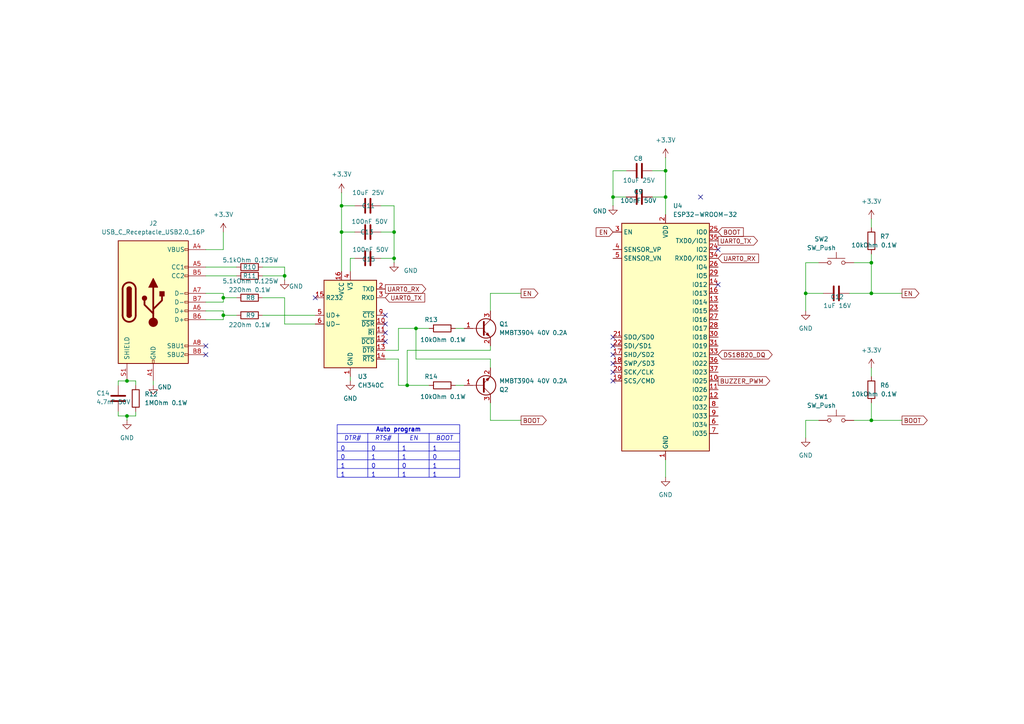
<source format=kicad_sch>
(kicad_sch (version 20250114) (generator "eeschema") (generator_version "9.0")
  (paper "A4")
  (lib_symbols
    (symbol "Connector:USB_C_Receptacle_USB2.0_16P" (pin_names (offset 1.016))
      (property "Reference" "J" (at 0 22.225 0))
      (property "Value" "USB_C_Receptacle_USB2.0_16P" (at 0 19.685 0))
      (symbol "USB_C_Receptacle_USB2.0_16P_0_0"
        (rectangle (start -0.254 -17.78) (end 0.254 -16.764))
        (rectangle (start 10.16 15.494) (end 9.144 14.986))
        (rectangle (start 10.16 10.414) (end 9.144 9.906))
        (rectangle (start 10.16 7.874) (end 9.144 7.366))
        (rectangle (start 10.16 2.794) (end 9.144 2.286))
        (rectangle (start 10.16 0.254) (end 9.144 -0.254))
        (rectangle (start 10.16 -2.286) (end 9.144 -2.794))
        (rectangle (start 10.16 -4.826) (end 9.144 -5.334))
        (rectangle (start 10.16 -12.446) (end 9.144 -12.954))
        (rectangle (start 10.16 -14.986) (end 9.144 -15.494))
      )
      (symbol "USB_C_Receptacle_USB2.0_16P_0_1"
        (rectangle (start -10.16 17.78) (end 10.16 -17.78) (stroke (width 0.254)) (fill (type background)))
        (polyline (pts (xy -8.89 -3.81) (xy -8.89 3.81)) (stroke (width 0.508)))
        (rectangle (start -7.62 -3.81) (end -6.35 3.81) (stroke (width 0.254)) (fill (type outline)))
        (arc (start -7.62 3.81) (mid -6.985 4.4423) (end -6.35 3.81) (stroke (width 0.254)))
        (arc (start -7.62 3.81) (mid -6.985 4.4423) (end -6.35 3.81) (stroke (width 0.254)) (fill (type outline)))
        (arc (start -8.89 3.81) (mid -6.985 5.7067) (end -5.08 3.81) (stroke (width 0.508)))
        (arc (start -5.08 -3.81) (mid -6.985 -5.7067) (end -8.89 -3.81) (stroke (width 0.508)))
        (arc (start -6.35 -3.81) (mid -6.985 -4.4423) (end -7.62 -3.81) (stroke (width 0.254)))
        (arc (start -6.35 -3.81) (mid -6.985 -4.4423) (end -7.62 -3.81) (stroke (width 0.254)) (fill (type outline)))
        (polyline (pts (xy -5.08 3.81) (xy -5.08 -3.81)) (stroke (width 0.508)))
        (circle (center -2.54 1.143) (radius 0.635) (stroke (width 0.254)) (fill (type outline)))
        (polyline (pts (xy -1.27 4.318) (xy 0 6.858) (xy 1.27 4.318) (xy -1.27 4.318)) (stroke (width 0.254)) (fill (type outline)))
        (polyline (pts (xy 0 -2.032) (xy 2.54 0.508) (xy 2.54 1.778)) (stroke (width 0.508)))
        (polyline (pts (xy 0 -3.302) (xy -2.54 -0.762) (xy -2.54 0.508)) (stroke (width 0.508)))
        (polyline (pts (xy 0 -5.842) (xy 0 4.318)) (stroke (width 0.508)))
        (circle (center 0 -5.842) (radius 1.27) (fill (type outline)))
        (rectangle (start 1.905 1.778) (end 3.175 3.048) (stroke (width 0.254)) (fill (type outline)))
      )
      (symbol "USB_C_Receptacle_USB2.0_16P_1_1"
        (pin passive line (at -7.62 -22.86 90) (length 5.08) (name "SHIELD") (number "S1"))
        (pin passive line (at 0 -22.86 90) (length 5.08) (name "GND") (number "A1"))
        (pin passive line (at 0 -22.86 90) (length 5.08) (hide yes) (name "GND") (number "A12"))
        (pin passive line (at 0 -22.86 90) (length 5.08) (hide yes) (name "GND") (number "B1"))
        (pin passive line (at 0 -22.86 90) (length 5.08) (hide yes) (name "GND") (number "B12"))
        (pin passive line (at 15.24 15.24 180) (length 5.08) (name "VBUS") (number "A4"))
        (pin passive line (at 15.24 15.24 180) (length 5.08) (hide yes) (name "VBUS") (number "A9"))
        (pin passive line (at 15.24 15.24 180) (length 5.08) (hide yes) (name "VBUS") (number "B4"))
        (pin passive line (at 15.24 15.24 180) (length 5.08) (hide yes) (name "VBUS") (number "B9"))
        (pin bidirectional line (at 15.24 10.16 180) (length 5.08) (name "CC1") (number "A5"))
        (pin bidirectional line (at 15.24 7.62 180) (length 5.08) (name "CC2") (number "B5"))
        (pin bidirectional line (at 15.24 2.54 180) (length 5.08) (name "D-") (number "A7"))
        (pin bidirectional line (at 15.24 0 180) (length 5.08) (name "D-") (number "B7"))
        (pin bidirectional line (at 15.24 -2.54 180) (length 5.08) (name "D+") (number "A6"))
        (pin bidirectional line (at 15.24 -5.08 180) (length 5.08) (name "D+") (number "B6"))
        (pin bidirectional line (at 15.24 -12.7 180) (length 5.08) (name "SBU1") (number "A8"))
        (pin bidirectional line (at 15.24 -15.24 180) (length 5.08) (name "SBU2") (number "B8"))
      )
    )
    (symbol "Device:C" (pin_numbers (hide yes)) (pin_names (offset 0.254))
      (property "Reference" "C" (at 0.635 2.54 0))
      (property "Value" "C" (at 0.635 -2.54 0))
      (symbol "C_0_1"
        (polyline (pts (xy -2.032 0.762) (xy 2.032 0.762)) (stroke (width 0.508)))
        (polyline (pts (xy -2.032 -0.762) (xy 2.032 -0.762)) (stroke (width 0.508)))
      )
      (symbol "C_1_1"
        (pin passive line (at 0 3.81 270) (length 2.794) (name "~") (number "1"))
        (pin passive line (at 0 -3.81 90) (length 2.794) (name "~") (number "2"))
      )
    )
    (symbol "Device:R" (pin_numbers (hide yes)) (pin_names (offset 0))
      (property "Reference" "R" (at 2.032 0 90))
      (property "Value" "R" (at 0 0 90))
      (symbol "R_0_1"
        (rectangle (start -1.016 -2.54) (end 1.016 2.54) (stroke (width 0.254)))
      )
      (symbol "R_1_1"
        (pin passive line (at 0 3.81 270) (length 1.27) (name "~") (number "1"))
        (pin passive line (at 0 -3.81 90) (length 1.27) (name "~") (number "2"))
      )
    )
    (symbol "Interface_USB:CH340C"
      (property "Reference" "U" (at -5.08 13.97 0))
      (property "Value" "CH340C" (at 1.27 13.97 0))
      (symbol "CH340C_0_1"
        (rectangle (start -7.62 12.7) (end 7.62 -12.7) (stroke (width 0.254)) (fill (type background)))
      )
      (symbol "CH340C_1_1"
        (pin input line (at -10.16 7.62 0) (length 2.54) (name "R232") (number "15"))
        (pin bidirectional line (at -10.16 2.54 0) (length 2.54) (name "UD+") (number "5"))
        (pin bidirectional line (at -10.16 0 0) (length 2.54) (name "UD-") (number "6"))
        (pin no_connect line (at -7.62 -5.08 0) (length 2.54) (hide yes) (name "NC") (number "7"))
        (pin no_connect line (at -7.62 -7.62 0) (length 2.54) (hide yes) (name "NC") (number "8"))
        (pin power_in line (at -2.54 15.24 270) (length 2.54) (name "VCC") (number "16"))
        (pin power_out line (at 0 15.24 270) (length 2.54) (name "V3") (number "4"))
        (pin power_in line (at 0 -15.24 90) (length 2.54) (name "GND") (number "1"))
        (pin output line (at 10.16 10.16 180) (length 2.54) (name "TXD") (number "2"))
        (pin input line (at 10.16 7.62 180) (length 2.54) (name "RXD") (number "3"))
        (pin input line (at 10.16 2.54 180) (length 2.54) (name "~{CTS}") (number "9"))
        (pin input line (at 10.16 0 180) (length 2.54) (name "~{DSR}") (number "10"))
        (pin input line (at 10.16 -2.54 180) (length 2.54) (name "~{RI}") (number "11"))
        (pin input line (at 10.16 -5.08 180) (length 2.54) (name "~{DCD}") (number "12"))
        (pin output line (at 10.16 -7.62 180) (length 2.54) (name "~{DTR}") (number "13"))
        (pin output line (at 10.16 -10.16 180) (length 2.54) (name "~{RTS}") (number "14"))
      )
    )
    (symbol "RF_Module:ESP32-WROOM-32"
      (property "Reference" "U" (at -12.7 34.29 0))
      (property "Value" "ESP32-WROOM-32" (at 1.27 34.29 0))
      (symbol "ESP32-WROOM-32_0_1"
        (rectangle (start -12.7 33.02) (end 12.7 -33.02) (stroke (width 0.254)) (fill (type background)))
      )
      (symbol "ESP32-WROOM-32_1_1"
        (pin input line (at -15.24 30.48 0) (length 2.54) (name "EN") (number "3"))
        (pin input line (at -15.24 25.4 0) (length 2.54) (name "SENSOR_VP") (number "4"))
        (pin input line (at -15.24 22.86 0) (length 2.54) (name "SENSOR_VN") (number "5"))
        (pin bidirectional line (at -15.24 0 0) (length 2.54) (name "SDO/SD0") (number "21"))
        (pin bidirectional line (at -15.24 -2.54 0) (length 2.54) (name "SDI/SD1") (number "22"))
        (pin bidirectional line (at -15.24 -5.08 0) (length 2.54) (name "SHD/SD2") (number "17"))
        (pin bidirectional line (at -15.24 -7.62 0) (length 2.54) (name "SWP/SD3") (number "18"))
        (pin bidirectional line (at -15.24 -10.16 0) (length 2.54) (name "SCK/CLK") (number "20"))
        (pin bidirectional line (at -15.24 -12.7 0) (length 2.54) (name "SCS/CMD") (number "19"))
        (pin no_connect line (at -12.7 -27.94 0) (length 2.54) (hide yes) (name "NC") (number "32"))
        (pin power_in line (at 0 35.56 270) (length 2.54) (name "VDD") (number "2"))
        (pin power_in line (at 0 -35.56 90) (length 2.54) (name "GND") (number "1"))
        (pin passive line (at 0 -35.56 90) (length 2.54) (hide yes) (name "GND") (number "15"))
        (pin passive line (at 0 -35.56 90) (length 2.54) (hide yes) (name "GND") (number "38"))
        (pin passive line (at 0 -35.56 90) (length 2.54) (hide yes) (name "GND") (number "39"))
        (pin bidirectional line (at 15.24 30.48 180) (length 2.54) (name "IO0") (number "25"))
        (pin bidirectional line (at 15.24 27.94 180) (length 2.54) (name "TXD0/IO1") (number "35"))
        (pin bidirectional line (at 15.24 25.4 180) (length 2.54) (name "IO2") (number "24"))
        (pin bidirectional line (at 15.24 22.86 180) (length 2.54) (name "RXD0/IO3") (number "34"))
        (pin bidirectional line (at 15.24 20.32 180) (length 2.54) (name "IO4") (number "26"))
        (pin bidirectional line (at 15.24 17.78 180) (length 2.54) (name "IO5") (number "29"))
        (pin bidirectional line (at 15.24 15.24 180) (length 2.54) (name "IO12") (number "14"))
        (pin bidirectional line (at 15.24 12.7 180) (length 2.54) (name "IO13") (number "16"))
        (pin bidirectional line (at 15.24 10.16 180) (length 2.54) (name "IO14") (number "13"))
        (pin bidirectional line (at 15.24 7.62 180) (length 2.54) (name "IO15") (number "23"))
        (pin bidirectional line (at 15.24 5.08 180) (length 2.54) (name "IO16") (number "27"))
        (pin bidirectional line (at 15.24 2.54 180) (length 2.54) (name "IO17") (number "28"))
        (pin bidirectional line (at 15.24 0 180) (length 2.54) (name "IO18") (number "30"))
        (pin bidirectional line (at 15.24 -2.54 180) (length 2.54) (name "IO19") (number "31"))
        (pin bidirectional line (at 15.24 -5.08 180) (length 2.54) (name "IO21") (number "33"))
        (pin bidirectional line (at 15.24 -7.62 180) (length 2.54) (name "IO22") (number "36"))
        (pin bidirectional line (at 15.24 -10.16 180) (length 2.54) (name "IO23") (number "37"))
        (pin bidirectional line (at 15.24 -12.7 180) (length 2.54) (name "IO25") (number "10"))
        (pin bidirectional line (at 15.24 -15.24 180) (length 2.54) (name "IO26") (number "11"))
        (pin bidirectional line (at 15.24 -17.78 180) (length 2.54) (name "IO27") (number "12"))
        (pin bidirectional line (at 15.24 -20.32 180) (length 2.54) (name "IO32") (number "8"))
        (pin bidirectional line (at 15.24 -22.86 180) (length 2.54) (name "IO33") (number "9"))
        (pin input line (at 15.24 -25.4 180) (length 2.54) (name "IO34") (number "6"))
        (pin input line (at 15.24 -27.94 180) (length 2.54) (name "IO35") (number "7"))
      )
    )
    (symbol "Switch:SW_Push" (pin_numbers (hide yes)) (pin_names (offset 1.016) (hide yes))
      (property "Reference" "SW" (at 1.27 2.54 0))
      (property "Value" "SW_Push" (at 0 -1.524 0))
      (symbol "SW_Push_0_1"
        (circle (center -2.032 0) (radius 0.508))
        (polyline (pts (xy 0 1.27) (xy 0 3.048)))
        (circle (center 2.032 0) (radius 0.508))
        (polyline (pts (xy 2.54 1.27) (xy -2.54 1.27)))
        (pin passive line (at -5.08 0 0) (length 2.54) (name "1") (number "1"))
        (pin passive line (at 5.08 0 180) (length 2.54) (name "2") (number "2"))
      )
    )
    (symbol "Transistor_BJT:MMBT3904" (pin_names (offset 0) (hide yes))
      (property "Reference" "Q" (at 5.08 1.905 0))
      (property "Value" "MMBT3904" (at 5.08 0 0))
      (symbol "MMBT3904_0_1"
        (polyline (pts (xy -2.54 0) (xy 0.635 0)))
        (polyline (pts (xy 0.635 1.905) (xy 0.635 -1.905)) (stroke (width 0.508)))
        (circle (center 1.27 0) (radius 2.8194) (stroke (width 0.254)))
      )
      (symbol "MMBT3904_1_1"
        (polyline (pts (xy 0.635 0.635) (xy 2.54 2.54)))
        (polyline (pts (xy 0.635 -0.635) (xy 2.54 -2.54)))
        (polyline (pts (xy 1.27 -1.778) (xy 1.778 -1.27) (xy 2.286 -2.286) (xy 1.27 -1.778)) (fill (type outline)))
        (pin input line (at -5.08 0 0) (length 2.54) (name "B") (number "1"))
        (pin passive line (at 2.54 5.08 270) (length 2.54) (name "C") (number "3"))
        (pin passive line (at 2.54 -5.08 90) (length 2.54) (name "E") (number "2"))
      )
    )
    (symbol "power:+3.3V" (power) (pin_numbers (hide yes)) (pin_names (offset 0) (hide yes))
      (property "Value" "+3.3V" (at 0 3.556 0))
      (symbol "+3.3V_0_1"
        (polyline (pts (xy -0.762 1.27) (xy 0 2.54)))
        (polyline (pts (xy 0 2.54) (xy 0.762 1.27)))
        (polyline (pts (xy 0 0) (xy 0 2.54)))
      )
      (symbol "+3.3V_1_1"
        (pin power_in line (at 0 0 90) (length 0) (name "~") (number "1"))
      )
    )
    (symbol "power:GND" (power) (pin_numbers (hide yes)) (pin_names (offset 0) (hide yes))
      (property "Value" "GND" (at 0 -3.81 0))
      (symbol "GND_0_1"
        (polyline (pts (xy 0 0) (xy 0 -1.27) (xy 1.27 -1.27) (xy 0 -2.54) (xy -1.27 -1.27) (xy 0 -1.27)))
      )
      (symbol "GND_1_1"
        (pin power_in line (at 0 0 270) (length 0) (name "~") (number "1"))
      )
    )
  )
  (junction (at 82.55 80.01))
  (junction (at 36.83 120.65))
  (junction (at 252.73 121.92))
  (junction (at 193.04 57.15))
  (junction (at 233.68 85.09))
  (junction (at 177.8 57.15))
  (junction (at 99.06 59.69))
  (junction (at 120.65 95.25))
  (junction (at 64.77 91.44))
  (junction (at 114.3 74.93))
  (junction (at 99.06 67.31))
  (junction (at 64.77 86.36))
  (junction (at 36.83 110.49))
  (junction (at 193.04 49.53))
  (junction (at 252.73 76.2))
  (junction (at 252.73 85.09))
  (junction (at 118.11 111.76))
  (junction (at 114.3 67.31))
  (no_connect (at 177.8 107.95))
  (no_connect (at 111.76 99.06))
  (no_connect (at 208.28 82.55))
  (no_connect (at 208.28 72.39))
  (no_connect (at 177.8 97.79))
  (no_connect (at 111.76 96.52))
  (no_connect (at 91.44 86.36))
  (no_connect (at 177.8 100.33))
  (no_connect (at 177.8 105.41))
  (no_connect (at 203.2 57.15))
  (no_connect (at 59.69 100.33))
  (no_connect (at 177.8 102.87))
  (no_connect (at 59.69 102.87))
  (no_connect (at 111.76 93.98))
  (no_connect (at 111.76 91.44))
  (no_connect (at 177.8 110.49))
  (wire (pts (xy 237.49 121.92) (xy 233.68 121.92)))
  (wire (pts (xy 114.3 67.31) (xy 110.49 67.31)))
  (wire (pts (xy 64.77 86.36) (xy 68.58 86.36)))
  (wire (pts (xy 59.69 72.39) (xy 64.77 72.39)))
  (wire (pts (xy 120.65 95.25) (xy 120.65 104.14)))
  (wire (pts (xy 59.69 87.63) (xy 64.77 87.63)))
  (wire (pts (xy 34.29 120.65) (xy 34.29 119.38)))
  (wire (pts (xy 252.73 76.2) (xy 252.73 85.09)))
  (wire (pts (xy 142.24 101.6) (xy 142.24 100.33)))
  (wire (pts (xy 193.04 45.72) (xy 193.04 49.53)))
  (wire (pts (xy 115.57 111.76) (xy 118.11 111.76)))
  (wire (pts (xy 99.06 67.31) (xy 102.87 67.31)))
  (wire (pts (xy 177.8 57.15) (xy 181.61 57.15)))
  (wire (pts (xy 99.06 59.69) (xy 99.06 67.31)))
  (wire (pts (xy 238.76 85.09) (xy 233.68 85.09)))
  (wire (pts (xy 64.77 72.39) (xy 64.77 67.31)))
  (wire (pts (xy 39.37 120.65) (xy 39.37 119.38)))
  (wire (pts (xy 246.38 85.09) (xy 252.73 85.09)))
  (wire (pts (xy 76.2 80.01) (xy 82.55 80.01)))
  (wire (pts (xy 101.6 109.22) (xy 101.6 110.49)))
  (wire (pts (xy 132.08 95.25) (xy 134.62 95.25)))
  (wire (pts (xy 64.77 85.09) (xy 64.77 86.36)))
  (wire (pts (xy 247.65 121.92) (xy 252.73 121.92)))
  (wire (pts (xy 76.2 77.47) (xy 82.55 77.47)))
  (wire (pts (xy 252.73 63.5) (xy 252.73 66.04)))
  (wire (pts (xy 82.55 81.28) (xy 82.55 80.01)))
  (wire (pts (xy 177.8 49.53) (xy 177.8 57.15)))
  (wire (pts (xy 76.2 86.36) (xy 82.55 86.36)))
  (wire (pts (xy 36.83 110.49) (xy 34.29 110.49)))
  (wire (pts (xy 36.83 110.49) (xy 39.37 110.49)))
  (wire (pts (xy 237.49 76.2) (xy 233.68 76.2)))
  (wire (pts (xy 115.57 101.6) (xy 115.57 95.25)))
  (wire (pts (xy 76.2 91.44) (xy 91.44 91.44)))
  (wire (pts (xy 142.24 121.92) (xy 151.13 121.92)))
  (wire (pts (xy 110.49 59.69) (xy 114.3 59.69)))
  (wire (pts (xy 142.24 104.14) (xy 142.24 106.68)))
  (wire (pts (xy 233.68 76.2) (xy 233.68 85.09)))
  (wire (pts (xy 110.49 74.93) (xy 114.3 74.93)))
  (wire (pts (xy 114.3 59.69) (xy 114.3 67.31)))
  (wire (pts (xy 111.76 101.6) (xy 115.57 101.6)))
  (wire (pts (xy 114.3 74.93) (xy 114.3 76.2)))
  (wire (pts (xy 233.68 85.09) (xy 233.68 90.17)))
  (wire (pts (xy 115.57 95.25) (xy 120.65 95.25)))
  (wire (pts (xy 247.65 76.2) (xy 252.73 76.2)))
  (wire (pts (xy 120.65 104.14) (xy 142.24 104.14)))
  (wire (pts (xy 59.69 85.09) (xy 64.77 85.09)))
  (wire (pts (xy 36.83 120.65) (xy 39.37 120.65)))
  (wire (pts (xy 82.55 86.36) (xy 82.55 93.98)))
  (wire (pts (xy 44.45 111.76) (xy 44.45 110.49)))
  (wire (pts (xy 118.11 101.6) (xy 142.24 101.6)))
  (wire (pts (xy 111.76 104.14) (xy 115.57 104.14)))
  (wire (pts (xy 36.83 120.65) (xy 36.83 121.92)))
  (wire (pts (xy 193.04 57.15) (xy 189.23 57.15)))
  (wire (pts (xy 64.77 91.44) (xy 68.58 91.44)))
  (wire (pts (xy 59.69 90.17) (xy 64.77 90.17)))
  (wire (pts (xy 64.77 90.17) (xy 64.77 91.44)))
  (wire (pts (xy 99.06 55.88) (xy 99.06 59.69)))
  (wire (pts (xy 252.73 106.68) (xy 252.73 109.22)))
  (wire (pts (xy 64.77 92.71) (xy 59.69 92.71)))
  (wire (pts (xy 64.77 91.44) (xy 64.77 92.71)))
  (wire (pts (xy 102.87 59.69) (xy 99.06 59.69)))
  (wire (pts (xy 132.08 111.76) (xy 134.62 111.76)))
  (wire (pts (xy 193.04 57.15) (xy 193.04 62.23)))
  (wire (pts (xy 82.55 93.98) (xy 91.44 93.98)))
  (wire (pts (xy 34.29 110.49) (xy 34.29 111.76)))
  (wire (pts (xy 115.57 104.14) (xy 115.57 111.76)))
  (wire (pts (xy 177.8 57.15) (xy 177.8 59.69)))
  (wire (pts (xy 252.73 121.92) (xy 261.62 121.92)))
  (wire (pts (xy 142.24 90.17) (xy 142.24 85.09)))
  (wire (pts (xy 252.73 85.09) (xy 261.62 85.09)))
  (wire (pts (xy 34.29 120.65) (xy 36.83 120.65)))
  (wire (pts (xy 193.04 49.53) (xy 193.04 57.15)))
  (wire (pts (xy 252.73 73.66) (xy 252.73 76.2)))
  (wire (pts (xy 118.11 111.76) (xy 118.11 101.6)))
  (wire (pts (xy 99.06 67.31) (xy 99.06 78.74)))
  (wire (pts (xy 120.65 95.25) (xy 124.46 95.25)))
  (wire (pts (xy 39.37 110.49) (xy 39.37 111.76)))
  (wire (pts (xy 252.73 116.84) (xy 252.73 121.92)))
  (wire (pts (xy 193.04 133.35) (xy 193.04 138.43)))
  (wire (pts (xy 181.61 49.53) (xy 177.8 49.53)))
  (wire (pts (xy 142.24 116.84) (xy 142.24 121.92)))
  (wire (pts (xy 118.11 111.76) (xy 124.46 111.76)))
  (wire (pts (xy 233.68 121.92) (xy 233.68 127)))
  (wire (pts (xy 101.6 78.74) (xy 101.6 74.93)))
  (wire (pts (xy 64.77 86.36) (xy 64.77 87.63)))
  (wire (pts (xy 142.24 85.09) (xy 151.13 85.09)))
  (wire (pts (xy 59.69 80.01) (xy 68.58 80.01)))
  (wire (pts (xy 82.55 77.47) (xy 82.55 80.01)))
  (wire (pts (xy 189.23 49.53) (xy 193.04 49.53)))
  (wire (pts (xy 101.6 74.93) (xy 102.87 74.93)))
  (wire (pts (xy 114.3 67.31) (xy 114.3 74.93)))
  (wire (pts (xy 59.69 77.47) (xy 68.58 77.47)))
  (table (column_count 4) (border (external yes) (header yes)) (separators (rows yes) (cols yes)) (column_widths 8.89 8.89 8.89 8.89) (row_heights 2.54 2.54 2.54 2.54 2.54 2.54) (cells (table_cell "Auto program" (at 97.79 123.19 0) (size 35.56 2.54) (margins 0.9525 0.9525 0.9525 0.9525) (span 4 1)) (table_cell "white" (at 106.68 123.19 0) (size 8.89 2.54) (margins 0.9525 0.9525 0.9525 0.9525) (span 0 0)) (table_cell "white" (at 115.57 123.19 0) (size 8.89 2.54) (margins 0.9525 0.9525 0.9525 0.9525) (span 0 0)) (table_cell "white" (at 124.46 123.19 0) (size 8.89 2.54) (margins 0.9525 0.9525 0.9525 0.9525) (span 0 0)) (table_cell "DTR#" (at 97.79 125.73 0) (size 8.89 2.54) (margins 0.9525 0.9525 0.9525 0.9525) (span 1 1)) (table_cell "RTS#" (at 106.68 125.73 0) (size 8.89 2.54) (margins 0.9525 0.9525 0.9525 0.9525) (span 1 1)) (table_cell "EN" (at 115.57 125.73 0) (size 8.89 2.54) (margins 0.9525 0.9525 0.9525 0.9525) (span 1 1)) (table_cell "BOOT" (at 124.46 125.73 0) (size 8.89 2.54) (margins 0.9525 0.9525 0.9525 0.9525) (span 1 1)) (table_cell "0" (at 97.79 128.27 0) (size 8.89 2.54) (margins 0.9525 0.9525 0.9525 0.9525) (span 1 1)) (table_cell "0" (at 106.68 128.27 0) (size 8.89 2.54) (margins 0.9525 0.9525 0.9525 0.9525) (span 1 1)) (table_cell "1" (at 115.57 128.27 0) (size 8.89 2.54) (margins 0.9525 0.9525 0.9525 0.9525) (span 1 1)) (table_cell "1" (at 124.46 128.27 0) (size 8.89 2.54) (margins 0.9525 0.9525 0.9525 0.9525) (span 1 1)) (table_cell "0" (at 97.79 130.81 0) (size 8.89 2.54) (margins 0.9525 0.9525 0.9525 0.9525) (span 1 1)) (table_cell "1" (at 106.68 130.81 0) (size 8.89 2.54) (margins 0.9525 0.9525 0.9525 0.9525) (span 1 1)) (table_cell "1" (at 115.57 130.81 0) (size 8.89 2.54) (margins 0.9525 0.9525 0.9525 0.9525) (span 1 1)) (table_cell "0" (at 124.46 130.81 0) (size 8.89 2.54) (margins 0.9525 0.9525 0.9525 0.9525) (span 1 1)) (table_cell "1" (at 97.79 133.35 0) (size 8.89 2.54) (margins 0.9525 0.9525 0.9525 0.9525) (span 1 1)) (table_cell "0" (at 106.68 133.35 0) (size 8.89 2.54) (margins 0.9525 0.9525 0.9525 0.9525) (span 1 1)) (table_cell "0" (at 115.57 133.35 0) (size 8.89 2.54) (margins 0.9525 0.9525 0.9525 0.9525) (span 1 1)) (table_cell "1" (at 124.46 133.35 0) (size 8.89 2.54) (margins 0.9525 0.9525 0.9525 0.9525) (span 1 1)) (table_cell "1" (at 97.79 135.89 0) (size 8.89 2.54) (margins 0.9525 0.9525 0.9525 0.9525) (span 1 1)) (table_cell "1" (at 106.68 135.89 0) (size 8.89 2.54) (margins 0.9525 0.9525 0.9525 0.9525) (span 1 1)) (table_cell "1" (at 115.57 135.89 0) (size 8.89 2.54) (margins 0.9525 0.9525 0.9525 0.9525) (span 1 1)) (table_cell "1" (at 124.46 135.89 0) (size 8.89 2.54) (margins 0.9525 0.9525 0.9525 0.9525) (span 1 1))))
  (global_label "BUZZER_PWM" (shape output) (at 208.28 110.49 0) (effects (font (thickness 0.1588))) (property "Intersheetrefs" "${INTERSHEET_REFS}" (effects (hide yes))))
  (global_label "UART0_RX" (shape input) (at 208.28 74.93 0) (effects (font (thickness 0.1588))) (property "Intersheetrefs" "${INTERSHEET_REFS}" (effects (hide yes))))
  (global_label "UART0_TX" (shape input) (at 111.76 86.36 0) (effects (font (thickness 0.1588))) (property "Intersheetrefs" "${INTERSHEET_REFS}" (effects (hide yes))))
  (global_label "EN" (shape input) (at 177.8 67.31 180) (effects (font (thickness 0.1588))) (property "Intersheetrefs" "${INTERSHEET_REFS}" (effects (hide yes))))
  (global_label "EN" (shape output) (at 261.62 85.09 0) (effects (font (thickness 0.1588))) (property "Intersheetrefs" "${INTERSHEET_REFS}" (effects (hide yes))))
  (global_label "UART0_RX" (shape output) (at 111.76 83.82 0) (effects (font (thickness 0.1588))) (property "Intersheetrefs" "${INTERSHEET_REFS}" (effects (hide yes))))
  (global_label "DS18B20_DQ" (shape bidirectional) (at 208.28 102.87 0) (effects (font (thickness 0.1588))) (property "Intersheetrefs" "${INTERSHEET_REFS}" (effects (hide yes))))
  (global_label "BOOT" (shape output) (at 151.13 121.92 0) (effects (font (thickness 0.1588))) (property "Intersheetrefs" "${INTERSHEET_REFS}" (effects (hide yes))))
  (global_label "EN" (shape output) (at 151.13 85.09 0) (effects (font (thickness 0.1588))) (property "Intersheetrefs" "${INTERSHEET_REFS}" (effects (hide yes))))
  (global_label "BOOT" (shape input) (at 208.28 67.31 0) (effects (font (thickness 0.1588))) (property "Intersheetrefs" "${INTERSHEET_REFS}" (effects (hide yes))))
  (global_label "BOOT" (shape output) (at 261.62 121.92 0) (effects (font (thickness 0.1588))) (property "Intersheetrefs" "${INTERSHEET_REFS}" (effects (hide yes))))
  (global_label "UART0_TX" (shape output) (at 208.28 69.85 0) (effects (font (thickness 0.1588))) (property "Intersheetrefs" "${INTERSHEET_REFS}" (effects (hide yes))))
  (symbol (lib_id "Device:C") (at 185.42 57.15 90) (unit 1)
    (property "Reference" "C9" (at 185.166 55.626 90))
    (property "Value" "100nF 50V" (at 185.166 58.166 90))
    (property "Footprint" "Capacitor_SMD:C_0603_1608Metric_Pad1.08x0.95mm_HandSolder" (effects (hide yes)))
    (property "Description" "Unpolarized capacitor" (effects (hide yes)))
  )
  (symbol (lib_id "power:GND") (at 101.6 110.49 0) (unit 1)
    (property "Reference" "#PWR025" (effects (hide yes)))
    (property "Value" "GND" (at 101.6 115.57 0))
    (property "Description" "Power symbol creates a global label with name \"GND\" , ground" (effects (hide yes)))
  )
  (symbol (lib_id "Interface_USB:CH340C") (at 101.6 93.98 0) (unit 1)
    (property "Reference" "U3" (at 103.7433 109.22 0) (effects (justify left)))
    (property "Value" "CH340C" (at 103.7433 111.76 0) (effects (justify left)))
    (property "Footprint" "Package_SO:SOIC-16_3.9x9.9mm_P1.27mm" (effects (hide yes)))
    (property "Datasheet" "https://datasheet.lcsc.com/szlcsc/Jiangsu-Qin-Heng-CH340C_C84681.pdf" (effects (hide yes)))
    (property "Description" "USB serial converter, crystal-less, UART, SOIC-16" (effects (hide yes)))
  )
  (symbol (lib_id "Device:R") (at 128.27 95.25 270) (unit 1)
    (property "Reference" "R13" (at 126.9999 92.71 90) (effects (justify right)))
    (property "Value" "10kOhm 0.1W" (at 135.128 98.552 90) (effects (justify right)))
    (property "Footprint" "Resistor_SMD:R_0201_0603Metric_Pad0.64x0.40mm_HandSolder" (effects (hide yes)))
    (property "Description" "Resistor" (effects (hide yes)))
  )
  (symbol (lib_id "power:GND") (at 44.45 111.76 0) (unit 1)
    (property "Reference" "#PWR026" (effects (hide yes)))
    (property "Value" "GND" (at 47.752 112.268 0))
    (property "Description" "Power symbol creates a global label with name \"GND\" , ground" (effects (hide yes)))
  )
  (symbol (lib_id "power:GND") (at 36.83 121.92 0) (unit 1)
    (property "Reference" "#PWR031" (effects (hide yes)))
    (property "Value" "GND" (at 36.83 127 0))
    (property "Description" "Power symbol creates a global label with name \"GND\" , ground" (effects (hide yes)))
  )
  (symbol (lib_id "power:GND") (at 193.04 138.43 0) (unit 1)
    (property "Reference" "#PWR017" (effects (hide yes)))
    (property "Value" "GND" (at 193.04 143.51 0))
    (property "Description" "Power symbol creates a global label with name \"GND\" , ground" (effects (hide yes)))
  )
  (symbol (lib_id "power:GND") (at 233.68 127 0) (unit 1)
    (property "Reference" "#PWR022" (effects (hide yes)))
    (property "Value" "GND" (at 233.68 132.08 0))
    (property "Description" "Power symbol creates a global label with name \"GND\" , ground" (effects (hide yes)))
  )
  (symbol (lib_id "Transistor_BJT:MMBT3904") (at 139.7 111.76 0) (mirror x) (unit 1)
    (property "Reference" "Q2" (at 144.78 113.0301 0) (effects (justify left)))
    (property "Value" "MMBT3904 40V 0.2A" (at 144.78 110.4901 0) (effects (justify left)))
    (property "Footprint" "Package_TO_SOT_SMD:SOT-23_Handsoldering" (effects (hide yes)))
    (property "Datasheet" "https://www.onsemi.com/pdf/datasheet/pzt3904-d.pdf" (effects (hide yes)))
    (property "Description" "0.2A Ic, 40V Vce, Small Signal NPN Transistor, SOT-23" (effects (hide yes)))
  )
  (symbol (lib_id "Device:R") (at 252.73 113.03 180) (unit 1)
    (property "Reference" "R6" (at 255.27 111.7599 0) (effects (justify right)))
    (property "Value" "10kOhm 0.1W" (at 246.888 114.3 0) (effects (justify right)))
    (property "Footprint" "Resistor_SMD:R_0201_0603Metric_Pad0.64x0.40mm_HandSolder" (effects (hide yes)))
    (property "Description" "Resistor" (effects (hide yes)))
  )
  (symbol (lib_id "Device:R") (at 128.27 111.76 270) (unit 1)
    (property "Reference" "R14" (at 126.9999 109.22 90) (effects (justify right)))
    (property "Value" "10kOhm 0.1W" (at 135.128 115.062 90) (effects (justify right)))
    (property "Footprint" "Resistor_SMD:R_0201_0603Metric_Pad0.64x0.40mm_HandSolder" (effects (hide yes)))
    (property "Description" "Resistor" (effects (hide yes)))
  )
  (symbol (lib_id "Switch:SW_Push") (at 242.57 121.92 0) (unit 1)
    (property "Reference" "SW1" (at 238.252 115.062 0))
    (property "Value" "SW_Push" (at 238.252 117.602 0))
    (property "Footprint" "Button_Switch_SMD:SW_Push_SPST_NO_Alps_SKRK" (effects (hide yes)))
    (property "Description" "Push button switch, generic, two pins" (effects (hide yes)))
  )
  (symbol (lib_id "Device:R") (at 72.39 80.01 270) (unit 1)
    (property "Reference" "R11" (at 72.39 80.01 90))
    (property "Value" "5.1kOhm 0.125W" (at 72.644 81.534 90))
    (property "Footprint" "Resistor_SMD:R_0805_2012Metric_Pad1.20x1.40mm_HandSolder" (effects (hide yes)))
    (property "Description" "Resistor" (effects (hide yes)))
  )
  (symbol (lib_id "Device:R") (at 72.39 91.44 90) (unit 1)
    (property "Reference" "R9" (at 72.644 91.44 90))
    (property "Value" "22Ohm 0.1W" (at 72.39 94.234 90))
    (property "Footprint" "Resistor_SMD:R_0603_1608Metric_Pad0.98x0.95mm_HandSolder" (effects (hide yes)))
    (property "Description" "Resistor" (effects (hide yes)))
  )
  (symbol (lib_id "power:GND") (at 114.3 76.2 0) (mirror y) (unit 1)
    (property "Reference" "#PWR030" (effects (hide yes)))
    (property "Value" "GND" (at 119.126 78.486 0))
    (property "Description" "Power symbol creates a global label with name \"GND\" , ground" (effects (hide yes)))
  )
  (symbol (lib_id "Device:C") (at 106.68 74.93 90) (unit 1)
    (property "Reference" "C15" (at 106.934 75.184 90))
    (property "Value" "100nF 50V" (at 107.442 72.39 90))
    (property "Footprint" "Capacitor_SMD:C_0603_1608Metric_Pad1.08x0.95mm_HandSolder" (effects (hide yes)))
    (property "Description" "Unpolarized capacitor" (effects (hide yes)))
  )
  (symbol (lib_id "Device:R") (at 72.39 77.47 270) (unit 1)
    (property "Reference" "R10" (at 72.39 77.47 90))
    (property "Value" "5.1kOhm 0.125W" (at 72.644 75.438 90))
    (property "Footprint" "Resistor_SMD:R_0805_2012Metric_Pad1.20x1.40mm_HandSolder" (effects (hide yes)))
    (property "Description" "Resistor" (effects (hide yes)))
  )
  (symbol (lib_id "Device:C") (at 185.42 49.53 90) (unit 1)
    (property "Reference" "C8" (at 186.436 45.974 90) (effects (justify left)))
    (property "Value" "10uF 25V" (at 189.992 52.324 90) (effects (justify left)))
    (property "Footprint" "Capacitor_SMD:C_0603_1608Metric_Pad1.08x0.95mm_HandSolder" (effects (hide yes)))
    (property "Description" "Unpolarized capacitor" (effects (hide yes)))
  )
  (symbol (lib_id "power:GND") (at 82.55 81.28 0) (unit 1)
    (property "Reference" "#PWR027" (effects (hide yes)))
    (property "Value" "GND" (at 85.852 83.058 0))
    (property "Description" "Power symbol creates a global label with name \"GND\" , ground" (effects (hide yes)))
  )
  (symbol (lib_id "power:+3.3V") (at 64.77 67.31 0) (unit 1)
    (property "Reference" "#PWR028" (effects (hide yes)))
    (property "Value" "+3.3V" (at 64.77 62.23 0))
    (property "Description" "Power symbol creates a global label with name \"+3.3V\"" (effects (hide yes)))
  )
  (symbol (lib_id "RF_Module:ESP32-WROOM-32") (at 193.04 97.79 0) (unit 1)
    (property "Reference" "U4" (at 195.1833 59.69 0) (effects (justify left)))
    (property "Value" "ESP32-WROOM-32" (at 195.1833 62.23 0) (effects (justify left)))
    (property "Footprint" "RF_Module:ESP32-WROOM-32" (effects (hide yes)))
    (property "Datasheet" "https://www.espressif.com/sites/default/files/documentation/esp32-wroom-32_datasheet_en.pdf" (effects (hide yes)))
    (property "Description" "RF Module, ESP32-D0WDQ6 SoC, Wi-Fi 802.11b/g/n, Bluetooth, BLE, 32-bit, 2.7-3.6V, onboard antenna, SMD" (effects (hide yes)))
  )
  (symbol (lib_id "power:+3.3V") (at 193.04 45.72 0) (unit 1)
    (property "Reference" "#PWR018" (effects (hide yes)))
    (property "Value" "+3.3V" (at 193.04 40.64 0))
    (property "Description" "Power symbol creates a global label with name \"+3.3V\"" (effects (hide yes)))
  )
  (symbol (lib_id "Device:R") (at 252.73 69.85 180) (unit 1)
    (property "Reference" "R7" (at 255.27 68.5799 0) (effects (justify right)))
    (property "Value" "10kOhm 0.1W" (at 246.888 71.12 0) (effects (justify right)))
    (property "Footprint" "Resistor_SMD:R_0201_0603Metric_Pad0.64x0.40mm_HandSolder" (effects (hide yes)))
    (property "Description" "Resistor" (effects (hide yes)))
  )
  (symbol (lib_id "Switch:SW_Push") (at 242.57 76.2 0) (unit 1)
    (property "Reference" "SW2" (at 238.252 69.342 0))
    (property "Value" "SW_Push" (at 238.252 71.882 0))
    (property "Footprint" "Button_Switch_SMD:SW_Push_SPST_NO_Alps_SKRK" (effects (hide yes)))
    (property "Description" "Push button switch, generic, two pins" (effects (hide yes)))
  )
  (symbol (lib_id "Device:R") (at 39.37 115.57 0) (unit 1)
    (property "Reference" "R12" (at 41.91 114.2999 0) (effects (justify left)))
    (property "Value" "1MOhm 0.1W" (at 41.91 116.8399 0) (effects (justify left)))
    (property "Footprint" "Resistor_SMD:R_0603_1608Metric_Pad0.98x0.95mm_HandSolder" (effects (hide yes)))
    (property "Description" "Resistor" (effects (hide yes)))
  )
  (symbol (lib_id "power:+3.3V") (at 252.73 63.5 0) (unit 1)
    (property "Reference" "#PWR023" (effects (hide yes)))
    (property "Value" "+3.3V" (at 252.73 58.42 0))
    (property "Description" "Power symbol creates a global label with name \"+3.3V\"" (effects (hide yes)))
  )
  (symbol (lib_id "power:GND") (at 233.68 90.17 0) (unit 1)
    (property "Reference" "#PWR024" (effects (hide yes)))
    (property "Value" "GND" (at 233.68 95.25 0))
    (property "Description" "Power symbol creates a global label with name \"GND\" , ground" (effects (hide yes)))
  )
  (symbol (lib_id "Device:C") (at 242.57 85.09 270) (unit 1)
    (property "Reference" "C12" (at 242.824 86.106 90))
    (property "Value" "1uF 16V" (at 242.824 88.646 90))
    (property "Footprint" "Capacitor_SMD:C_0603_1608Metric_Pad1.08x0.95mm_HandSolder" (effects (hide yes)))
    (property "Description" "Unpolarized capacitor" (effects (hide yes)))
  )
  (symbol (lib_id "Connector:USB_C_Receptacle_USB2.0_16P") (at 44.45 87.63 0) (unit 1)
    (property "Reference" "J2" (at 44.45 64.77 0))
    (property "Value" "USB_C_Receptacle_USB2.0_16P" (at 44.45 67.31 0))
    (property "Footprint" "Connector_USB:USB_C_Receptacle_HRO_TYPE-C-31-M-12" (effects (hide yes)))
    (property "Datasheet" "https://www.usb.org/sites/default/files/documents/usb_type-c.zip" (effects (hide yes)))
    (property "Description" "USB 2.0-only 16P Type-C Receptacle connector" (effects (hide yes)))
  )
  (symbol (lib_id "Device:C") (at 106.68 59.69 270) (mirror x) (unit 1)
    (property "Reference" "C11" (at 104.902 59.69 90) (effects (justify left)))
    (property "Value" "10uF 25V" (at 102.108 55.88 90) (effects (justify left)))
    (property "Footprint" "Capacitor_SMD:C_0603_1608Metric_Pad1.08x0.95mm_HandSolder" (effects (hide yes)))
    (property "Description" "Unpolarized capacitor" (effects (hide yes)))
  )
  (symbol (lib_id "Transistor_BJT:MMBT3904") (at 139.7 95.25 0) (unit 1)
    (property "Reference" "Q1" (at 144.78 93.9799 0) (effects (justify left)))
    (property "Value" "MMBT3904 40V 0.2A" (at 144.78 96.5199 0) (effects (justify left)))
    (property "Footprint" "Package_TO_SOT_SMD:SOT-23_Handsoldering" (effects (hide yes)))
    (property "Datasheet" "https://www.onsemi.com/pdf/datasheet/pzt3904-d.pdf" (effects (hide yes)))
    (property "Description" "0.2A Ic, 40V Vce, Small Signal NPN Transistor, SOT-23" (effects (hide yes)))
  )
  (symbol (lib_id "Device:C") (at 106.68 67.31 270) (mirror x) (unit 1)
    (property "Reference" "C13" (at 106.426 67.31 90))
    (property "Value" "100nF 50V" (at 107.188 64.262 90))
    (property "Footprint" "Capacitor_SMD:C_0603_1608Metric_Pad1.08x0.95mm_HandSolder" (effects (hide yes)))
    (property "Description" "Unpolarized capacitor" (effects (hide yes)))
  )
  (symbol (lib_id "power:+3.3V") (at 99.06 55.88 0) (mirror y) (unit 1)
    (property "Reference" "#PWR029" (effects (hide yes)))
    (property "Value" "+3.3V" (at 99.06 50.546 0))
    (property "Description" "Power symbol creates a global label with name \"+3.3V\"" (effects (hide yes)))
  )
  (symbol (lib_id "power:+3.3V") (at 252.73 106.68 0) (unit 1)
    (property "Reference" "#PWR020" (effects (hide yes)))
    (property "Value" "+3.3V" (at 252.73 101.6 0))
    (property "Description" "Power symbol creates a global label with name \"+3.3V\"" (effects (hide yes)))
  )
  (symbol (lib_id "Device:R") (at 72.39 86.36 90) (unit 1)
    (property "Reference" "R8" (at 72.644 86.36 90))
    (property "Value" "22Ohm 0.1W" (at 72.39 84.074 90))
    (property "Footprint" "Resistor_SMD:R_0603_1608Metric_Pad0.98x0.95mm_HandSolder" (effects (hide yes)))
    (property "Description" "Resistor" (effects (hide yes)))
  )
  (symbol (lib_id "Device:C") (at 34.29 115.57 0) (unit 1)
    (property "Reference" "C14" (at 27.94 114.046 0) (effects (justify left)))
    (property "Value" "4.7nF 50V" (at 27.94 116.586 0) (effects (justify left)))
    (property "Footprint" "Capacitor_SMD:C_0603_1608Metric_Pad1.08x0.95mm_HandSolder" (effects (hide yes)))
    (property "Description" "Unpolarized capacitor" (effects (hide yes)))
  )
  (symbol (lib_id "power:GND") (at 177.8 59.69 0) (unit 1)
    (property "Reference" "#PWR019" (effects (hide yes)))
    (property "Value" "GND" (at 173.99 61.214 0))
    (property "Description" "Power symbol creates a global label with name \"GND\" , ground" (effects (hide yes)))
  )
)
</source>
